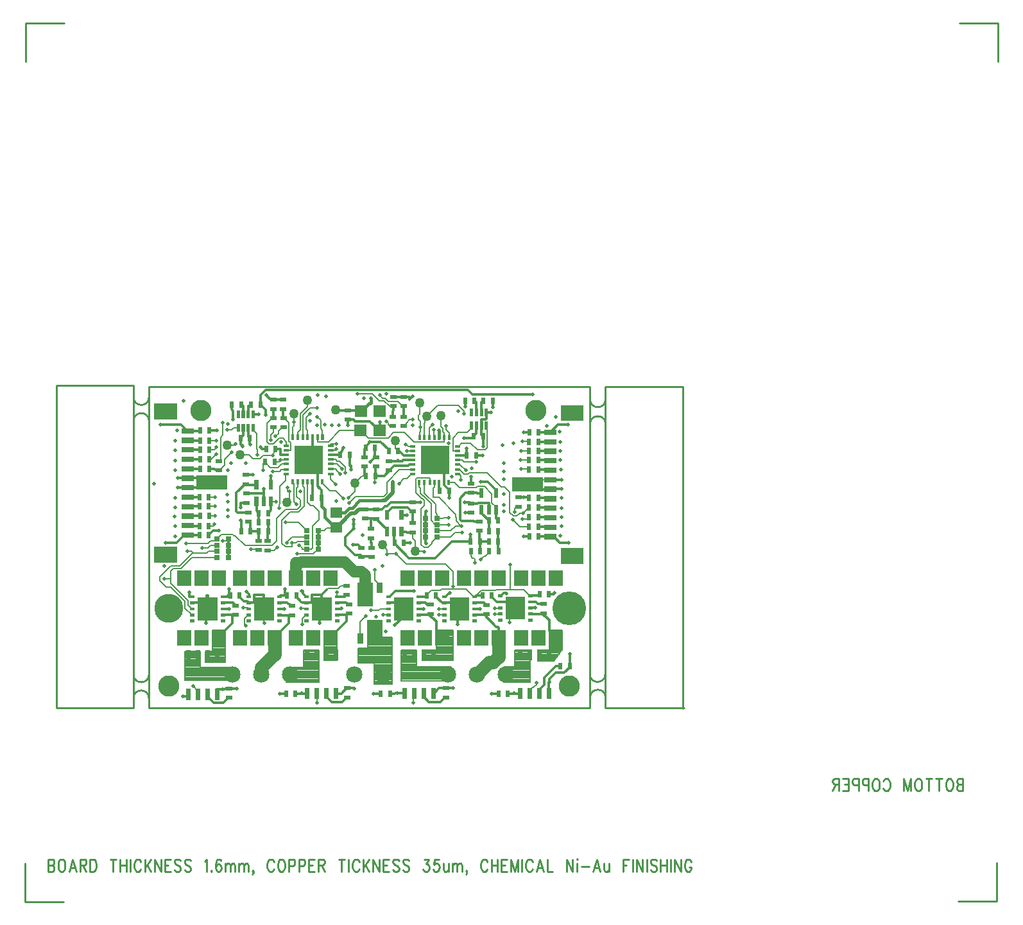
<source format=gbr>
*
*
G04 PADS Layout (Build Number 2007.21.1) generated Gerber (RS-274-X) file*
G04 PC Version=2.1*
*
%IN "2FOC-001.pcb"*%
*
%MOIN*%
*
%FSLAX35Y35*%
*
*
*
*
G04 PC Standard Apertures*
*
*
G04 Thermal Relief Aperture macro.*
%AMTER*
1,1,$1,0,0*
1,0,$1-$2,0,0*
21,0,$3,$4,0,0,45*
21,0,$3,$4,0,0,135*
%
*
*
G04 Annular Aperture macro.*
%AMANN*
1,1,$1,0,0*
1,0,$2,0,0*
%
*
*
G04 Odd Aperture macro.*
%AMODD*
1,1,$1,0,0*
1,0,$1-0.005,0,0*
%
*
*
G04 PC Custom Aperture Macros*
*
*
*
*
*
*
G04 PC Aperture Table*
*
%ADD010C,0.01*%
%ADD015C,0.008*%
%ADD016R,0.035X0.024*%
%ADD019R,0.024X0.035*%
%ADD025C,0.175*%
%ADD027R,0.06X0.052*%
%ADD028R,0.075X0.084*%
%ADD029C,0.085*%
%ADD037C,0.05*%
%ADD043R,0.025X0.025*%
%ADD048R,0.16X0.076*%
%ADD049C,0.11*%
%ADD070C,0.001*%
%ADD071C,0.15*%
%ADD072R,0.02756X0.02756*%
%ADD073R,0.08268X0.08268*%
%ADD076R,0.01575X0.01575*%
%ADD077R,0.10236X0.10236*%
%ADD079R,0.07992X0.07992*%
%ADD080R,0.02992X0.02992*%
%ADD082C,0.01181*%
%ADD083C,0.00787*%
%ADD084C,0.05906*%
%ADD086C,0.01575*%
%ADD087C,0.01969*%
%ADD089C,0.07087*%
%ADD093R,0.02362X0.02362*%
%ADD094R,0.01378X0.01378*%
%ADD095R,0.14567X0.14567*%
%ADD096R,0.05906X0.05906*%
%ADD097R,0.017X0.017*%
%ADD098R,0.021X0.021*%
%ADD099C,0.01299*%
*
*
*
*
G04 PC Circuitry*
G04 Layer Name 2FOC-001.pcb - circuitry*
%LPD*%
*
*
G04 PC Custom Flashes*
G04 Layer Name 2FOC-001.pcb - flashes*
%LPD*%
*
*
G04 PC Circuitry*
G04 Layer Name 2FOC-001.pcb - circuitry*
%LPD*%
*
G54D10*
G01X647799Y420651D02*
Y414088D01*
Y420651D02*
X645753D01*
X645072Y420338*
X644844Y420026*
X644617Y419401*
Y418776*
X644844Y418151*
X645072Y417838*
X645753Y417526*
X647799D02*
X645753D01*
X645072Y417213*
X644844Y416901*
X644617Y416276*
Y415338*
X644844Y414713*
X645072Y414401*
X645753Y414088*
X647799*
X641208Y420651D02*
X641662Y420338D01*
X642117Y419713*
X642344Y419088*
X642572Y418151*
Y416588*
X642344Y415651*
X642117Y415026*
X641662Y414401*
X641208Y414088*
X640299*
X639844Y414401*
X639390Y415026*
X639162Y415651*
X638935Y416588*
Y418151*
X639162Y419088*
X639390Y419713*
X639844Y420338*
X640299Y420651*
X641208*
X635299D02*
Y414088D01*
X636890Y420651D02*
X633708D01*
X630072D02*
Y414088D01*
X631662Y420651D02*
X628481D01*
X625072D02*
X625526Y420338D01*
X625981Y419713*
X626208Y419088*
X626435Y418151*
Y416588*
X626208Y415651*
X625981Y415026*
X625526Y414401*
X625072Y414088*
X624162*
X623708Y414401*
X623253Y415026*
X623026Y415651*
X622799Y416588*
Y418151*
X623026Y419088*
X623253Y419713*
X623708Y420338*
X624162Y420651*
X625072*
X620753D02*
Y414088D01*
Y420651D02*
X618935Y414088D01*
X617117Y420651D02*
X618935Y414088D01*
X617117Y420651D02*
Y414088D01*
X606435Y419088D02*
X606662Y419713D01*
X607117Y420338*
X607572Y420651*
X608481*
X608935Y420338*
X609390Y419713*
X609617Y419088*
X609844Y418151*
Y416588*
X609617Y415651*
X609390Y415026*
X608935Y414401*
X608481Y414088*
X607572*
X607117Y414401*
X606662Y415026*
X606435Y415651*
X603026Y420651D02*
X603481Y420338D01*
X603935Y419713*
X604162Y419088*
X604390Y418151*
Y416588*
X604162Y415651*
X603935Y415026*
X603481Y414401*
X603026Y414088*
X602117*
X601662Y414401*
X601208Y415026*
X600981Y415651*
X600753Y416588*
Y418151*
X600981Y419088*
X601208Y419713*
X601662Y420338*
X602117Y420651*
X603026*
X598708D02*
Y414088D01*
Y420651D02*
X596662D01*
X595981Y420338*
X595753Y420026*
X595526Y419401*
Y418463*
X595753Y417838*
X595981Y417526*
X596662Y417213*
X598708*
X593481Y420651D02*
Y414088D01*
Y420651D02*
X591435D01*
X590753Y420338*
X590526Y420026*
X590299Y419401*
Y418463*
X590526Y417838*
X590753Y417526*
X591435Y417213*
X593481*
X588253Y420651D02*
Y414088D01*
Y420651D02*
X585299D01*
X588253Y417526D02*
X586435D01*
X588253Y414088D02*
X585299D01*
X583253Y420651D02*
Y414088D01*
Y420651D02*
X581208D01*
X580526Y420338*
X580299Y420026*
X580072Y419401*
Y418776*
X580299Y418151*
X580526Y417838*
X581208Y417526*
X583253*
X581662D02*
X580072Y414088D01*
X172602Y378722D02*
Y372159D01*
Y378722D02*
X174647D01*
X175329Y378409*
X175557Y378097*
X175784Y377472*
Y376847*
X175557Y376222*
X175329Y375909*
X174647Y375597*
X172602D02*
X174647D01*
X175329Y375284*
X175557Y374972*
X175784Y374347*
Y373409*
X175557Y372784*
X175329Y372472*
X174647Y372159*
X172602*
X179193Y378722D02*
X178738Y378409D01*
X178284Y377784*
X178057Y377159*
X177829Y376222*
Y374659*
X178057Y373722*
X178284Y373097*
X178738Y372472*
X179193Y372159*
X180102*
X180557Y372472*
X181011Y373097*
X181238Y373722*
X181466Y374659*
Y376222*
X181238Y377159*
X181011Y377784*
X180557Y378409*
X180102Y378722*
X179193*
X185329D02*
X183511Y372159D01*
X185329Y378722D02*
X187147Y372159D01*
X184193Y374347D02*
X186466D01*
X189193Y378722D02*
Y372159D01*
Y378722D02*
X191238D01*
X191920Y378409*
X192147Y378097*
X192375Y377472*
Y376847*
X192147Y376222*
X191920Y375909*
X191238Y375597*
X189193*
X190784D02*
X192375Y372159D01*
X194420Y378722D02*
Y372159D01*
Y378722D02*
X196011D01*
X196693Y378409*
X197147Y377784*
X197375Y377159*
X197602Y376222*
Y374659*
X197375Y373722*
X197147Y373097*
X196693Y372472*
X196011Y372159*
X194420*
X206466Y378722D02*
Y372159D01*
X204875Y378722D02*
X208057D01*
X210102D02*
Y372159D01*
X213284Y378722D02*
Y372159D01*
X210102Y375597D02*
X213284D01*
X215329Y378722D02*
Y372159D01*
X220784Y377159D02*
X220557Y377784D01*
X220102Y378409*
X219647Y378722*
X218738*
X218284Y378409*
X217829Y377784*
X217602Y377159*
X217375Y376222*
Y374659*
X217602Y373722*
X217829Y373097*
X218284Y372472*
X218738Y372159*
X219647*
X220102Y372472*
X220557Y373097*
X220784Y373722*
X222829Y378722D02*
Y372159D01*
X226011Y378722D02*
X222829Y374347D01*
X223966Y375909D02*
X226011Y372159D01*
X228057Y378722D02*
Y372159D01*
Y378722D02*
X231238Y372159D01*
Y378722D02*
Y372159D01*
X233284Y378722D02*
Y372159D01*
Y378722D02*
X236238D01*
X233284Y375597D02*
X235102D01*
X233284Y372159D02*
X236238D01*
X241466Y377784D02*
X241011Y378409D01*
X240329Y378722*
X239420*
X238738Y378409*
X238284Y377784*
Y377159*
X238511Y376534*
X238738Y376222*
X239193Y375909*
X240557Y375284*
X241011Y374972*
X241238Y374659*
X241466Y374034*
Y373097*
X241011Y372472*
X240329Y372159*
X239420*
X238738Y372472*
X238284Y373097*
X246693Y377784D02*
X246238Y378409D01*
X245557Y378722*
X244647*
X243966Y378409*
X243511Y377784*
Y377159*
X243738Y376534*
X243966Y376222*
X244420Y375909*
X245784Y375284*
X246238Y374972*
X246466Y374659*
X246693Y374034*
Y373097*
X246238Y372472*
X245557Y372159*
X244647*
X243966Y372472*
X243511Y373097*
X253966Y377472D02*
X254420Y377784D01*
X255102Y378722*
Y372159*
X257375Y372784D02*
X257147Y372472D01*
X257375Y372159*
X257602Y372472*
X257375Y372784*
X262375Y377784D02*
X262147Y378409D01*
X261466Y378722*
X261011*
X260329Y378409*
X259875Y377472*
X259647Y375909*
Y374347*
X259875Y373097*
X260329Y372472*
X261011Y372159*
X261238*
X261920Y372472*
X262375Y373097*
X262602Y374034*
Y374347*
X262375Y375284*
X261920Y375909*
X261238Y376222*
X261011*
X260329Y375909*
X259875Y375284*
X259647Y374347*
X264647Y376534D02*
Y372159D01*
Y375284D02*
X265329Y376222D01*
X265784Y376534*
X266466*
X266920Y376222*
X267147Y375284*
Y372159*
Y375284D02*
X267829Y376222D01*
X268284Y376534*
X268966*
X269420Y376222*
X269647Y375284*
Y372159*
X271693Y376534D02*
Y372159D01*
Y375284D02*
X272375Y376222D01*
X272829Y376534*
X273511*
X273966Y376222*
X274193Y375284*
Y372159*
Y375284D02*
X274875Y376222D01*
X275329Y376534*
X276011*
X276466Y376222*
X276693Y375284*
Y372159*
X279193Y372472D02*
X278966Y372159D01*
X278738Y372472*
X278966Y372784*
X279193Y372472*
Y371847*
X278966Y371222*
X278738Y370909*
X289875Y377159D02*
X289647Y377784D01*
X289193Y378409*
X288738Y378722*
X287829*
X287375Y378409*
X286920Y377784*
X286693Y377159*
X286466Y376222*
Y374659*
X286693Y373722*
X286920Y373097*
X287375Y372472*
X287829Y372159*
X288738*
X289193Y372472*
X289647Y373097*
X289875Y373722*
X293284Y378722D02*
X292829Y378409D01*
X292375Y377784*
X292147Y377159*
X291920Y376222*
Y374659*
X292147Y373722*
X292375Y373097*
X292829Y372472*
X293284Y372159*
X294193*
X294647Y372472*
X295102Y373097*
X295329Y373722*
X295557Y374659*
Y376222*
X295329Y377159*
X295102Y377784*
X294647Y378409*
X294193Y378722*
X293284*
X297602D02*
Y372159D01*
Y378722D02*
X299647D01*
X300329Y378409*
X300557Y378097*
X300784Y377472*
Y376534*
X300557Y375909*
X300329Y375597*
X299647Y375284*
X297602*
X302829Y378722D02*
Y372159D01*
Y378722D02*
X304875D01*
X305557Y378409*
X305784Y378097*
X306011Y377472*
Y376534*
X305784Y375909*
X305557Y375597*
X304875Y375284*
X302829*
X308057Y378722D02*
Y372159D01*
Y378722D02*
X311011D01*
X308057Y375597D02*
X309875D01*
X308057Y372159D02*
X311011D01*
X313057Y378722D02*
Y372159D01*
Y378722D02*
X315102D01*
X315784Y378409*
X316011Y378097*
X316238Y377472*
Y376847*
X316011Y376222*
X315784Y375909*
X315102Y375597*
X313057*
X314647D02*
X316238Y372159D01*
X325102Y378722D02*
Y372159D01*
X323511Y378722D02*
X326693D01*
X328738D02*
Y372159D01*
X334193Y377159D02*
X333966Y377784D01*
X333511Y378409*
X333057Y378722*
X332147*
X331693Y378409*
X331238Y377784*
X331011Y377159*
X330784Y376222*
Y374659*
X331011Y373722*
X331238Y373097*
X331693Y372472*
X332147Y372159*
X333057*
X333511Y372472*
X333966Y373097*
X334193Y373722*
X336238Y378722D02*
Y372159D01*
X339420Y378722D02*
X336238Y374347D01*
X337375Y375909D02*
X339420Y372159D01*
X341466Y378722D02*
Y372159D01*
Y378722D02*
X344647Y372159D01*
Y378722D02*
Y372159D01*
X346693Y378722D02*
Y372159D01*
Y378722D02*
X349647D01*
X346693Y375597D02*
X348511D01*
X346693Y372159D02*
X349647D01*
X354875Y377784D02*
X354420Y378409D01*
X353738Y378722*
X352829*
X352147Y378409*
X351693Y377784*
Y377159*
X351920Y376534*
X352147Y376222*
X352602Y375909*
X353966Y375284*
X354420Y374972*
X354647Y374659*
X354875Y374034*
Y373097*
X354420Y372472*
X353738Y372159*
X352829*
X352147Y372472*
X351693Y373097*
X360102Y377784D02*
X359647Y378409D01*
X358966Y378722*
X358057*
X357375Y378409*
X356920Y377784*
Y377159*
X357147Y376534*
X357375Y376222*
X357829Y375909*
X359193Y375284*
X359647Y374972*
X359875Y374659*
X360102Y374034*
Y373097*
X359647Y372472*
X358966Y372159*
X358057*
X357375Y372472*
X356920Y373097*
X367829Y378722D02*
X370329D01*
X368966Y376222*
X369647*
X370102Y375909*
X370329Y375597*
X370557Y374659*
Y374034*
X370329Y373097*
X369875Y372472*
X369193Y372159*
X368511*
X367829Y372472*
X367602Y372784*
X367375Y373409*
X375557Y378722D02*
X373284D01*
X373057Y375909*
X373284Y376222*
X373966Y376534*
X374647*
X375329Y376222*
X375784Y375597*
X376011Y374659*
X375784Y374034*
X375557Y373097*
X375102Y372472*
X374420Y372159*
X373738*
X373057Y372472*
X372829Y372784*
X372602Y373409*
X378057Y376534D02*
Y373409D01*
X378284Y372472*
X378738Y372159*
X379420*
X379875Y372472*
X380557Y373409*
Y376534D02*
Y372159D01*
X382602Y376534D02*
Y372159D01*
Y375284D02*
X383284Y376222D01*
X383738Y376534*
X384420*
X384875Y376222*
X385102Y375284*
Y372159*
Y375284D02*
X385784Y376222D01*
X386238Y376534*
X386920*
X387375Y376222*
X387602Y375284*
Y372159*
X390102Y372472D02*
X389875Y372159D01*
X389647Y372472*
X389875Y372784*
X390102Y372472*
Y371847*
X389875Y371222*
X389647Y370909*
X400784Y377159D02*
X400557Y377784D01*
X400102Y378409*
X399647Y378722*
X398738*
X398284Y378409*
X397829Y377784*
X397602Y377159*
X397375Y376222*
Y374659*
X397602Y373722*
X397829Y373097*
X398284Y372472*
X398738Y372159*
X399647*
X400102Y372472*
X400557Y373097*
X400784Y373722*
X402829Y378722D02*
Y372159D01*
X406011Y378722D02*
Y372159D01*
X402829Y375597D02*
X406011D01*
X408057Y378722D02*
Y372159D01*
Y378722D02*
X411011D01*
X408057Y375597D02*
X409875D01*
X408057Y372159D02*
X411011D01*
X413057Y378722D02*
Y372159D01*
Y378722D02*
X414875Y372159D01*
X416693Y378722D02*
X414875Y372159D01*
X416693Y378722D02*
Y372159D01*
X418738Y378722D02*
Y372159D01*
X424193Y377159D02*
X423966Y377784D01*
X423511Y378409*
X423057Y378722*
X422147*
X421693Y378409*
X421238Y377784*
X421011Y377159*
X420784Y376222*
Y374659*
X421011Y373722*
X421238Y373097*
X421693Y372472*
X422147Y372159*
X423057*
X423511Y372472*
X423966Y373097*
X424193Y373722*
X428057Y378722D02*
X426238Y372159D01*
X428057Y378722D02*
X429875Y372159D01*
X426920Y374347D02*
X429193D01*
X431920Y378722D02*
Y372159D01*
X434647*
X441920Y378722D02*
Y372159D01*
Y378722D02*
X445102Y372159D01*
Y378722D02*
Y372159D01*
X447147Y378722D02*
X447375Y378409D01*
X447602Y378722*
X447375Y379034*
X447147Y378722*
X447375Y376534D02*
Y372159D01*
X449647Y374972D02*
X453738D01*
X457602Y378722D02*
X455784Y372159D01*
X457602Y378722D02*
X459420Y372159D01*
X456466Y374347D02*
X458738D01*
X461466Y376534D02*
Y373409D01*
X461693Y372472*
X462147Y372159*
X462829*
X463284Y372472*
X463966Y373409*
Y376534D02*
Y372159D01*
X471238Y378722D02*
Y372159D01*
Y378722D02*
X474193D01*
X471238Y375597D02*
X473057D01*
X476238Y378722D02*
Y372159D01*
X478284Y378722D02*
Y372159D01*
Y378722D02*
X481466Y372159D01*
Y378722D02*
Y372159D01*
X483511Y378722D02*
Y372159D01*
X488738Y377784D02*
X488284Y378409D01*
X487602Y378722*
X486693*
X486011Y378409*
X485557Y377784*
Y377159*
X485784Y376534*
X486011Y376222*
X486466Y375909*
X487829Y375284*
X488284Y374972*
X488511Y374659*
X488738Y374034*
Y373097*
X488284Y372472*
X487602Y372159*
X486693*
X486011Y372472*
X485557Y373097*
X490784Y378722D02*
Y372159D01*
X493966Y378722D02*
Y372159D01*
X490784Y375597D02*
X493966D01*
X496011Y378722D02*
Y372159D01*
X498057Y378722D02*
Y372159D01*
Y378722D02*
X501238Y372159D01*
Y378722D02*
Y372159D01*
X506693Y377159D02*
X506466Y377784D01*
X506011Y378409*
X505557Y378722*
X504647*
X504193Y378409*
X503738Y377784*
X503511Y377159*
X503284Y376222*
Y374659*
X503511Y373722*
X503738Y373097*
X504193Y372472*
X504647Y372159*
X505557*
X506011Y372472*
X506466Y373097*
X506693Y373722*
Y374659*
X505557D02*
X506693D01*
X224988Y457218D02*
X454098D01*
Y623931*
X224988*
Y457218*
X180870Y812710D02*
X160870D01*
Y792710*
X160791Y376490D02*
Y356490D01*
X180791*
X645437Y356805D02*
X665437D01*
Y376805*
X665909Y792631D02*
Y812631D01*
X645909*
X216893Y624718D02*
Y457198D01*
X176933*
Y624521*
X216696*
X454107Y617296D02*
G75*
G03X462107I4000J0D01*
G01X462141Y604588D02*
G03X454141I-4000J-0D01*
G01X217014Y618422D02*
G03X225014I4000J0D01*
G01X225027Y606151D02*
G03X217027I-4000J0D01*
G01X217014Y474524D02*
G03X225014I4000J0D01*
G01X224962Y462256D02*
G03X216962I-4000J-0D01*
G01X454022Y474721D02*
G03X462022I4000J0D01*
G01X502917Y457198D02*
X462078D01*
Y623931*
X502326*
Y456805*
X462155Y462660D02*
G03X454155I-4000J-0D01*
G54D15*
G01X273980Y611092D02*
X274035Y610920D01*
Y610320*
X273976Y609541D02*
Y610320D01*
X273976*
X274035*
X395043Y612336D02*
X395102Y612054D01*
Y610616*
X397661D02*
Y611135D01*
X257844Y497495D02*
X264525D01*
Y480827*
X254301*
Y486720*
X257844*
Y497495*
X251761Y486720D02*
Y478255D01*
X270233*
Y471575*
X243671*
Y486720*
X251761*
X333632Y488098D02*
X338750D01*
Y493806*
X351139*
Y469606*
X342096*
Y480630*
X333632*
Y488098*
X305285Y487310D02*
X313344D01*
Y470591*
X296427*
Y478255*
X305285*
Y487310*
X414931D02*
X422989D01*
Y470591*
X409419*
Y478452*
X414931*
Y487310*
X363934D02*
Y478452D01*
X381848*
Y471378*
X355876*
Y487310*
X363934*
X367096D02*
Y481811D01*
X383029*
Y497546*
X374183*
Y487310*
X367096*
X426939D02*
X433041D01*
Y497546*
X439722*
Y487450*
X435197Y481417*
X426939*
Y487310*
X315915Y497153D02*
X322793D01*
Y481811*
X315915*
Y497153*
X257844Y497385D02*
X264525D01*
X257844Y496665D02*
X264525D01*
X257844Y495945D02*
X264525D01*
X257844Y495225D02*
X264525D01*
X257844Y494505D02*
X264525D01*
X257844Y493785D02*
X264525D01*
X257844Y493065D02*
X264525D01*
X257844Y492345D02*
X264525D01*
X257844Y491625D02*
X264525D01*
X257844Y490905D02*
X264525D01*
X257844Y490185D02*
X264525D01*
X257844Y489465D02*
X264525D01*
X257844Y488745D02*
X264525D01*
X257844Y488025D02*
X264525D01*
X257844Y487305D02*
X264525D01*
X254301Y486585D02*
X264525D01*
X254301Y485865D02*
X264525D01*
X254301Y485145D02*
X264525D01*
X254301Y484425D02*
X264525D01*
X254301Y483705D02*
X264525D01*
X254301Y482985D02*
X264525D01*
X254301Y482265D02*
X264525D01*
X254301Y481545D02*
X264525D01*
X243671Y478053D02*
X270233D01*
X243671Y477333D02*
X270233D01*
X243671Y476613D02*
X270233D01*
X243671Y475893D02*
X270233D01*
X243671Y475173D02*
X270233D01*
X243671Y474453D02*
X270233D01*
X243671Y473733D02*
X270233D01*
X243671Y473013D02*
X270233D01*
X243671Y472293D02*
X270233D01*
X243671Y486693D02*
X251761D01*
X243671Y485973D02*
X251761D01*
X243671Y485253D02*
X251761D01*
X243671Y484533D02*
X251761D01*
X243671Y483813D02*
X251761D01*
X243671Y483093D02*
X251761D01*
X243671Y482373D02*
X251761D01*
X243671Y481653D02*
X251761D01*
X243671Y480933D02*
X251761D01*
X243671Y480213D02*
X251761D01*
X243671Y479493D02*
X251761D01*
X243671Y478773D02*
X251761D01*
X338750Y493365D02*
X351139D01*
X338750Y492645D02*
X351139D01*
X338750Y491925D02*
X351139D01*
X338750Y491205D02*
X351139D01*
X338750Y490485D02*
X351139D01*
X338750Y489765D02*
X351139D01*
X338750Y489045D02*
X351139D01*
X338750Y488325D02*
X351139D01*
X333632Y487605D02*
X351139D01*
X333632Y486885D02*
X351139D01*
X333632Y486165D02*
X351139D01*
X333632Y485445D02*
X351139D01*
X333632Y484725D02*
X351139D01*
X333632Y484005D02*
X351139D01*
X333632Y483285D02*
X351139D01*
X333632Y482565D02*
X351139D01*
X333632Y481845D02*
X351139D01*
X333632Y481125D02*
X351139D01*
X342096Y480405D02*
X351139D01*
X342096Y479685D02*
X351139D01*
X342096Y478965D02*
X351139D01*
X342096Y478245D02*
X351139D01*
X342096Y477525D02*
X351139D01*
X342096Y476805D02*
X351139D01*
X342096Y476085D02*
X351139D01*
X342096Y475365D02*
X351139D01*
X342096Y474645D02*
X351139D01*
X342096Y473925D02*
X351139D01*
X342096Y473205D02*
X351139D01*
X342096Y472485D02*
X351139D01*
X342096Y471765D02*
X351139D01*
X342096Y471045D02*
X351139D01*
X342096Y470325D02*
X351139D01*
X305285Y487149D02*
X313344D01*
X305285Y486429D02*
X313344D01*
X305285Y485709D02*
X313344D01*
X305285Y484989D02*
X313344D01*
X305285Y484269D02*
X313344D01*
X305285Y483549D02*
X313344D01*
X305285Y482829D02*
X313344D01*
X305285Y482109D02*
X313344D01*
X305285Y481389D02*
X313344D01*
X305285Y480669D02*
X313344D01*
X305285Y479949D02*
X313344D01*
X305285Y479229D02*
X313344D01*
X305285Y478509D02*
X313344D01*
X296427Y477789D02*
X313344D01*
X296427Y477069D02*
X313344D01*
X296427Y476349D02*
X313344D01*
X296427Y475629D02*
X313344D01*
X296427Y474909D02*
X313344D01*
X296427Y474189D02*
X313344D01*
X296427Y473469D02*
X313344D01*
X296427Y472749D02*
X313344D01*
X296427Y472029D02*
X313344D01*
X296427Y471309D02*
X313344D01*
X414931Y487149D02*
X422989D01*
X414931Y486429D02*
X422989D01*
X414931Y485709D02*
X422989D01*
X414931Y484989D02*
X422989D01*
X414931Y484269D02*
X422989D01*
X414931Y483549D02*
X422989D01*
X414931Y482829D02*
X422989D01*
X414931Y482109D02*
X422989D01*
X414931Y481389D02*
X422989D01*
X414931Y480669D02*
X422989D01*
X414931Y479949D02*
X422989D01*
X414931Y479229D02*
X422989D01*
X414931Y478509D02*
X422989D01*
X409419Y477789D02*
X422989D01*
X409419Y477069D02*
X422989D01*
X409419Y476349D02*
X422989D01*
X409419Y475629D02*
X422989D01*
X409419Y474909D02*
X422989D01*
X409419Y474189D02*
X422989D01*
X409419Y473469D02*
X422989D01*
X409419Y472749D02*
X422989D01*
X409419Y472029D02*
X422989D01*
X409419Y471309D02*
X422989D01*
X355876Y477857D02*
X381848D01*
X355876Y477137D02*
X381848D01*
X355876Y476417D02*
X381848D01*
X355876Y475697D02*
X381848D01*
X355876Y474977D02*
X381848D01*
X355876Y474257D02*
X381848D01*
X355876Y473537D02*
X381848D01*
X355876Y472817D02*
X381848D01*
X355876Y472097D02*
X381848D01*
X355876Y487217D02*
X363934D01*
X355876Y486497D02*
X363934D01*
X355876Y485777D02*
X363934D01*
X355876Y485057D02*
X363934D01*
X355876Y484337D02*
X363934D01*
X355876Y483617D02*
X363934D01*
X355876Y482897D02*
X363934D01*
X355876Y482177D02*
X363934D01*
X355876Y481457D02*
X363934D01*
X355876Y480737D02*
X363934D01*
X355876Y480017D02*
X363934D01*
X355876Y479297D02*
X363934D01*
X355876Y478577D02*
X363934D01*
X374183Y496930D02*
X383029D01*
X374183Y496210D02*
X383029D01*
X374183Y495490D02*
X383029D01*
X374183Y494770D02*
X383029D01*
X374183Y494050D02*
X383029D01*
X374183Y493330D02*
X383029D01*
X374183Y492610D02*
X383029D01*
X374183Y491890D02*
X383029D01*
X374183Y491170D02*
X383029D01*
X374183Y490450D02*
X383029D01*
X374183Y489730D02*
X383029D01*
X374183Y489010D02*
X383029D01*
X374183Y488290D02*
X383029D01*
X374183Y487570D02*
X383029D01*
X367096Y486850D02*
X383029D01*
X367096Y486130D02*
X383029D01*
X367096Y485410D02*
X383029D01*
X367096Y484690D02*
X383029D01*
X367096Y483970D02*
X383029D01*
X367096Y483250D02*
X383029D01*
X367096Y482530D02*
X383029D01*
X433041Y497256D02*
X439722D01*
X433041Y496536D02*
X439722D01*
X433041Y495816D02*
X439722D01*
X433041Y495096D02*
X439722D01*
X433041Y494376D02*
X439722D01*
X433041Y493656D02*
X439722D01*
X433041Y492936D02*
X439722D01*
X433041Y492216D02*
X439722D01*
X433041Y491496D02*
X439722D01*
X433041Y490776D02*
X439722D01*
X433041Y490056D02*
X439722D01*
X433041Y489336D02*
X439722D01*
X433041Y488616D02*
X439722D01*
X433041Y487896D02*
X439722D01*
X426939Y487176D02*
X439516D01*
X426939Y486456D02*
X438976D01*
X426939Y485736D02*
X438436D01*
X426939Y485016D02*
X437896D01*
X426939Y484296D02*
X437356D01*
X426939Y483576D02*
X436816D01*
X426939Y482856D02*
X436276D01*
X426939Y482136D02*
X435736D01*
X315915Y496930D02*
X322793D01*
X315915Y496210D02*
X322793D01*
X315915Y495490D02*
X322793D01*
X315915Y494770D02*
X322793D01*
X315915Y494050D02*
X322793D01*
X315915Y493330D02*
X322793D01*
X315915Y492610D02*
X322793D01*
X315915Y491890D02*
X322793D01*
X315915Y491170D02*
X322793D01*
X315915Y490450D02*
X322793D01*
X315915Y489730D02*
X322793D01*
X315915Y489010D02*
X322793D01*
X315915Y488290D02*
X322793D01*
X315915Y487570D02*
X322793D01*
X315915Y486850D02*
X322793D01*
X315915Y486130D02*
X322793D01*
X315915Y485410D02*
X322793D01*
X315915Y484690D02*
X322793D01*
X315915Y483970D02*
X322793D01*
X315915Y483250D02*
X322793D01*
X315915Y482530D02*
X322793D01*
G54D16*
X327523Y520622D03*
Y515822D03*
X371421Y510780D03*
Y505980D03*
X400358Y510583D03*
Y505783D03*
X430082Y511173D03*
Y506373D03*
X270043Y510386D03*
Y505586D03*
X299374Y510189D03*
Y505389D03*
X328901Y510976D03*
Y506176D03*
X379295Y462672D03*
Y467472D03*
X266696Y462476D03*
Y467276D03*
X328114Y462672D03*
Y467472D03*
X328311Y606767D03*
Y611567D03*
X342878Y587354D03*
Y582554D03*
X336972Y587354D03*
Y582554D03*
X349767Y580586D03*
Y585386D03*
X342878Y560189D03*
Y555389D03*
X286775Y539050D03*
Y543850D03*
X281854Y539247D03*
Y544047D03*
X276736Y553814D03*
Y558614D03*
X275358Y573302D03*
Y578102D03*
X294846Y602830D03*
Y607630D03*
X294649Y612279D03*
Y617079D03*
X289531Y602830D03*
Y607630D03*
Y612279D03*
Y617079D03*
X351736Y603420D03*
Y608220D03*
X351933Y613854D03*
Y618654D03*
X357248Y603420D03*
Y608220D03*
Y613854D03*
Y618654D03*
X396618Y549090D03*
Y553890D03*
X392287Y568775D03*
Y573575D03*
X361972Y553102D03*
Y548302D03*
Y563929D03*
Y559129D03*
X340319Y545350D03*
Y550150D03*
X337366Y555586D03*
Y560386D03*
X340515Y535507D03*
Y540307D03*
X335397Y535507D03*
Y540307D03*
X392287Y558539D03*
Y563339D03*
X275555Y563657D03*
Y568457D03*
X261185Y580586D03*
Y585386D03*
X417090Y566488D03*
Y561688D03*
G54D19*
X272061Y515395D03*
X267261D03*
X402955Y515466D03*
X398155D03*
X432679Y516254D03*
X427879D03*
X374061Y515395D03*
X369261D03*
X301561D03*
X296761D03*
X296186Y464679D03*
X300986D03*
X345399D03*
X350199D03*
X406619D03*
X411419D03*
X438706Y478852D03*
X443506D03*
X278076Y614482D03*
X282876D03*
X272837D03*
X268037D03*
X398745Y616450D03*
X403545D03*
X394096Y616647D03*
X389296D03*
X277435Y597076D03*
X272635D03*
X398561Y598151D03*
X393761D03*
X329136Y588498D03*
X324336D03*
X285359Y584757D03*
X290159D03*
X342325Y592238D03*
X337525D03*
X342522Y577671D03*
X337722D03*
X314569Y566057D03*
X309769D03*
X380907Y569797D03*
X376107D03*
X394884Y588301D03*
X390084D03*
X256104Y566450D03*
X251304D03*
X256104Y561726D03*
X251304D03*
X256301Y556805D03*
X251501D03*
X256104Y551687D03*
X251304D03*
X256301Y581214D03*
X251501D03*
X256301Y586135D03*
X251501D03*
X256301Y591057D03*
X251501D03*
X256301Y595978D03*
X251501D03*
X422367Y595387D03*
X427167D03*
X422367Y581017D03*
X427167D03*
X422367Y585742D03*
X427167D03*
X422367Y566057D03*
X427167D03*
X422367Y561135D03*
X427167D03*
X422367Y556214D03*
X427167D03*
X422367Y551293D03*
X427167D03*
X422367Y590466D03*
X427167D03*
X285950Y591450D03*
X290750D03*
X349533Y590663D03*
X354333D03*
X401501Y543616D03*
X406301D03*
X357285Y543025D03*
X352485D03*
X282013Y548931D03*
X286813D03*
Y553655D03*
X282013D03*
X286813Y558380D03*
X282013D03*
X401698Y538498D03*
X406498D03*
X406301Y548931D03*
X401501D03*
X406301Y554443D03*
X401501D03*
X392249Y538498D03*
X397049D03*
X251501Y601096D03*
X256301D03*
X427364Y546372D03*
X422564D03*
X251304Y546962D03*
X256104D03*
X427364Y600309D03*
X422564D03*
X272958Y548931D03*
X277758D03*
X392052Y543616D03*
X396852D03*
G54D25*
X443161Y508895D03*
G54D27*
X322208Y550839D03*
Y558439D03*
G54D28*
X243161Y493395D03*
X252161D03*
X261161D03*
X272161D03*
X281161D03*
X290161D03*
X301161D03*
X310161D03*
X319161D03*
X261161Y524395D03*
X252161D03*
X243161D03*
X290161D03*
X281161D03*
X272161D03*
X319161D03*
X310161D03*
X301161D03*
X359161Y493395D03*
X368161D03*
X377161D03*
X388661D03*
X397661D03*
X406661D03*
X418161D03*
X427161D03*
X436161D03*
X377161Y524395D03*
X368161D03*
X359161D03*
X406661D03*
X397661D03*
X388661D03*
X436161D03*
X427161D03*
X418161D03*
G54D29*
X331661Y474395D03*
X346661D03*
X268161D03*
X283161D03*
X298161D03*
X380161D03*
X395161D03*
X410161D03*
G54D37*
X353114Y595978D03*
X369452Y608576D03*
X365515Y615466D03*
X272208Y588498D03*
X307248Y617041D03*
X300161Y609954D03*
X321815Y611726D03*
X265712Y593616D03*
X331854Y573931D03*
X346421Y541844D03*
X296618Y563891D03*
X363350Y538694D03*
X376539Y608970D03*
G54D43*
X266303Y544821D03*
Y541671D03*
Y538521D03*
Y535371D03*
X260303D03*
Y538521D03*
Y541671D03*
Y544821D03*
X313004Y549128D03*
Y545978D03*
Y542828D03*
Y539678D03*
X307004D03*
Y542828D03*
Y545978D03*
Y549128D03*
X368618Y545977D03*
Y549127D03*
Y552277D03*
Y555427D03*
X374618D03*
Y552277D03*
Y549127D03*
Y545977D03*
G54D48*
X257641Y574128D03*
X421618Y573143D03*
G54D49*
X251933Y611395D03*
X425948D03*
X235161Y468395D03*
X443161D03*
G54D70*
G54D71*
X235161Y508895D03*
G54D72*
X243271Y546864D02*
X246815D01*
X243271Y551785D02*
X246815D01*
X243271Y556706D02*
X246815D01*
X243271Y561628D02*
X246815D01*
X243271Y566549D02*
X246815D01*
X243271Y571470D02*
X246815D01*
X243271Y576391D02*
X246815D01*
X243271Y581313D02*
X246815D01*
X243271Y586234D02*
X246815D01*
X243271Y591155D02*
X246815D01*
X243271Y596076D02*
X246815D01*
X243271Y600998D02*
X246815D01*
X435200Y600210D02*
X431657D01*
X435200Y595289D02*
X431657D01*
X435200Y590368D02*
X431657D01*
X435200Y585446D02*
X431657D01*
X435200Y580525D02*
X431657D01*
X435200Y575604D02*
X431657D01*
X435200Y570683D02*
X431657D01*
X435200Y565761D02*
X431657D01*
X435200Y560840D02*
X431657D01*
X435200Y555919D02*
X431657D01*
X435200Y550998D02*
X431657D01*
X435200Y546076D02*
X431657D01*
G54D73*
X231854Y611037D02*
X235397D01*
X231854Y536824D02*
X235397D01*
X446618Y536037D02*
X443074D01*
X446618Y610250D02*
X443074D01*
G54D76*
X263744Y514876D02*
X262956D01*
X263744Y511726D02*
X262956D01*
X263744Y508576D02*
X262956D01*
X263744Y505427D02*
X262956D01*
X263744Y502277D02*
X262956D01*
X247996D02*
X247208D01*
X247996Y505427D02*
X247208D01*
X247996Y508576D02*
X247208D01*
X247996Y511726D02*
X247208D01*
X247996Y514876D02*
X247208D01*
X293055Y514895D02*
X292267D01*
X293055Y511746D02*
X292267D01*
X293055Y508596D02*
X292267D01*
X293055Y505446D02*
X292267D01*
X293055Y502297D02*
X292267D01*
X277307D02*
X276519D01*
X277307Y505446D02*
X276519D01*
X277307Y508596D02*
X276519D01*
X277307Y511746D02*
X276519D01*
X277307Y514895D02*
X276519D01*
X323055D02*
X322267D01*
X323055Y511746D02*
X322267D01*
X323055Y508596D02*
X322267D01*
X323055Y505446D02*
X322267D01*
X323055Y502297D02*
X322267D01*
X307307D02*
X306519D01*
X307307Y505446D02*
X306519D01*
X307307Y508596D02*
X306519D01*
X307307Y511746D02*
X306519D01*
X307307Y514895D02*
X306519D01*
X365555D02*
X364767D01*
X365555Y511746D02*
X364767D01*
X365555Y508596D02*
X364767D01*
X365555Y505446D02*
X364767D01*
X365555Y502297D02*
X364767D01*
X349807D02*
X349019D01*
X349807Y505446D02*
X349019D01*
X349807Y508596D02*
X349019D01*
X349807Y511746D02*
X349019D01*
X349807Y514895D02*
X349019D01*
X394555D02*
X393767D01*
X394555Y511746D02*
X393767D01*
X394555Y508596D02*
X393767D01*
X394555Y505446D02*
X393767D01*
X394555Y502297D02*
X393767D01*
X378807D02*
X378019D01*
X378807Y505446D02*
X378019D01*
X378807Y508596D02*
X378019D01*
X378807Y511746D02*
X378019D01*
X378807Y514895D02*
X378019D01*
X423555Y515395D02*
X422767D01*
X423555Y512246D02*
X422767D01*
X423555Y509096D02*
X422767D01*
X423555Y505946D02*
X422767D01*
X423555Y502797D02*
X422767D01*
X407807D02*
X407019D01*
X407807Y505946D02*
X407019D01*
X407807Y509096D02*
X407019D01*
X407807Y512246D02*
X407019D01*
X407807Y515395D02*
X407019D01*
G54D77*
X255476Y509364D02*
Y507789D01*
X284787Y509383D02*
Y507809D01*
X314787Y509383D02*
Y507809D01*
X357287Y509383D02*
Y507809D01*
X386287Y509383D02*
Y507809D01*
X415287Y509883D02*
Y508309D01*
G54D79*
X342397Y494446D02*
Y498974D01*
X337193Y513844D02*
Y518372D01*
G54D80*
X334700Y491927D02*
Y494446D01*
X344893Y518368D02*
Y520887D01*
G54D82*
X242484Y463104D02*
X245417Y463143D01*
Y464128*
X263350Y467041D02*
X260397D01*
X260417Y464128*
X263350Y467041D02*
X265553Y467276D01*
X266696*
X269649*
X270240Y467079*
Y467238*
X270633*
X255417Y464128D02*
Y463143D01*
X258606Y459954*
X263625*
X266146Y462476*
X266696*
X300752Y464444D02*
X300986Y464679D01*
X304295Y464876D02*
Y464718D01*
X307228*
X292878Y464679D02*
X296186D01*
X300986D02*
X304098D01*
X304295Y464876*
X317228Y464718D02*
Y462946D01*
X319826Y460348*
X325239*
X327564Y462672*
X328114*
X322228Y464718D02*
X324809D01*
X327564Y467472*
X328114*
X341696Y464482D02*
X344649D01*
X344846Y464679*
X345399*
X328114Y467472D02*
X331422D01*
X331657Y467238*
X354098Y464876D02*
X357661D01*
X357819Y464718*
X350199Y464679D02*
X352720D01*
X352917Y464876*
X354098*
X379295Y467472D02*
X382800D01*
X382838Y467435*
X367819Y464718D02*
Y462946D01*
X370417Y460348*
X376420*
X378745Y462672*
X379295*
X372819Y464718D02*
X374944Y466844D01*
X374964*
X375593Y467472*
X379295*
X402917Y464679D02*
X406619D01*
X414728Y464876D02*
Y464718D01*
X417661*
X411419Y464679D02*
X414531D01*
X414728Y464876*
X433035Y470584D02*
Y472356D01*
X436185Y475506*
X440709*
X443506Y478302*
Y478852*
X427661Y464718D02*
Y466490D01*
X430279Y469108*
Y472946*
X436185Y478852*
X438706*
X432661Y464718D02*
Y470210D01*
X433035Y470584*
X264525Y497495D02*
X268312Y501282D01*
Y505586*
X290161Y493813D02*
X297643Y501294D01*
X322793Y497153D02*
X327761Y502121D01*
X433041Y497356D02*
X433232D01*
X443506Y478852D02*
Y482236D01*
X443665Y482395*
Y485151*
X245830Y517238D02*
Y515072D01*
X246027Y514876*
X247602*
Y511726D02*
X252118D01*
X252137Y511746*
X254885Y508998*
X255476D02*
Y508576D01*
X254689D02*
Y508801D01*
X254885Y508998*
Y515663*
X255476*
X255476*
Y508998*
X267261Y515395D02*
X266106D01*
X266696Y515986*
Y519009*
X254689Y501096D02*
Y508576D01*
X263350Y505427D02*
X268153D01*
X268312Y505586*
X263350Y508576D02*
X266500D01*
X263350Y511726D02*
X268703D01*
X270043Y510386*
X263350Y514876D02*
X266106D01*
Y515395*
X268312Y505586D02*
X270043D01*
X275555Y517435D02*
X276913Y516076D01*
Y514895*
Y511746D02*
X279295D01*
X279492Y511943*
Y515683*
X279669Y515860*
X284787*
X284787*
Y508596*
X272061Y515395D02*
Y514845D01*
X274196Y512710*
X275948*
X276913Y511746*
X297643Y505389D02*
X299374D01*
X295240Y515395D02*
X295633Y515789D01*
Y518813*
X295240Y515395D02*
X296761D01*
X297643Y501294D02*
Y505389D01*
X304295Y517828D02*
X305023D01*
Y516391*
X306519Y514895*
X306913*
Y511746D02*
X309413D01*
X309610Y511943*
Y515801*
X309669Y515860*
X314787*
X314787*
X292661Y505446D02*
X292719Y505389D01*
X297643*
X292661Y508596D02*
X295043D01*
X295437Y508202*
Y508576*
X292661Y511746D02*
X296795D01*
X297011Y511529*
X297049*
X299374Y510189*
X292661Y514895D02*
X293161Y515395D01*
X295240*
X301561D02*
Y514845D01*
X304098Y512308*
Y512139*
X304492Y511746*
X306913*
X314787Y515860D02*
X317346Y518419D01*
X313744Y501096D02*
Y507553D01*
X314787Y508596*
X322602Y517238D02*
Y517041D01*
X314787Y508596D02*
Y515860D01*
X322661Y505446D02*
X327621D01*
X327761Y505586*
X322661Y508596D02*
X324964D01*
Y508773*
X322661Y511746D02*
X327148D01*
X328901Y510976*
X322661Y514895D02*
X326596D01*
X327523Y515822*
X328901Y506176D02*
X327761Y505586D01*
Y502121*
X352720Y500112D02*
X357287Y504679D01*
Y508596*
X349413Y514895D02*
X349807D01*
X352937Y517828*
X362563*
X349413Y511746D02*
X354137D01*
X357287Y508596*
X365161Y505446D02*
X370162D01*
X370302Y505586*
X365161Y508596D02*
X367681D01*
Y508576*
X365161Y511746D02*
X368486D01*
X369570Y510662*
X370554*
X371421Y510780*
X365161Y514895D02*
X368761D01*
X369261Y515395*
X371421Y505980D02*
X370302Y505586D01*
X374374Y502104*
Y497553*
X385397Y500506D02*
Y507706D01*
X386287Y508596*
X378413Y514895D02*
X378807D01*
X380952Y517041*
X381460*
X378413Y511746D02*
X383137D01*
X386287Y508596*
X374061Y515395D02*
Y514845D01*
X377161Y511746*
X378413*
X398155Y515466D02*
X395023D01*
X394452Y514895*
X399211Y505495D02*
X405382Y499324D01*
X406267*
X406661Y498931*
Y493395*
X407413Y515395D02*
X407807D01*
X409452Y517041*
X410200*
X410594Y516647*
X407413Y512246D02*
X412137D01*
X415287Y509096*
X394161Y505446D02*
X398612D01*
X394161Y508596D02*
X396618D01*
X396815Y508399*
Y508576*
X394161Y511746D02*
X398960D01*
X400161Y510545*
X394161Y514895D02*
X394256D01*
Y514876*
X394433*
X394452Y514895*
X402955Y515466D02*
Y514916D01*
X405625Y512246*
X407413*
X423161Y505946D02*
X428662D01*
X429089Y506373*
X423161Y509096D02*
X425681D01*
X425752Y509167*
X423161Y512246D02*
X425822D01*
X426895Y511173*
X430082*
X423161Y515395D02*
X427021D01*
X427879Y516254*
X429089Y506373D02*
X433035Y502815D01*
Y497356*
X433041*
X429089Y506373D02*
X430082D01*
X432679Y516254D02*
X435200D01*
X435594Y517041*
X266303Y535371D02*
Y538521D01*
X335397Y535939D02*
X340084D01*
X340515Y535507*
X335397Y535939D02*
Y535507D01*
X233626Y543025D02*
X239433D01*
X243271Y546864*
X245043*
Y556706D02*
X245141Y556805D01*
X251501*
X245043Y551785D02*
X245141Y551687D01*
X251304*
X245043Y546864D02*
X245092Y546913D01*
X246470*
X246519Y546962*
X251304*
X256104D02*
X258270Y549128D01*
X258626*
X258822Y549324*
X261185*
X266303Y538521D02*
Y541671D01*
Y544821*
X272799Y554639D02*
X272958D01*
Y548931*
X277758D02*
X282013D01*
X276736Y553814D02*
X277758Y552792D01*
Y548931*
X281854Y544047D02*
Y548772D01*
X282013Y548931*
X286813Y558380D02*
X288410Y559976D01*
Y564316*
X282013Y553655D02*
Y558380D01*
X286813Y553655D02*
Y548931D01*
X286775Y543850D02*
Y548893D01*
X286813Y548931*
X326933Y545781D02*
Y541450D01*
X331854Y536529*
X334807*
X335397Y535939*
X326933Y545781D02*
X331263Y550112D01*
X313004Y539678D02*
Y542828D01*
Y545978*
Y549128*
X340319Y550150D02*
Y555389D01*
X340122Y555586*
X342681*
X342878Y555389*
X331263Y554836D02*
Y552474D01*
X330870Y541844D02*
X333588D01*
X335397Y540307*
X331263Y550112D02*
Y552474D01*
X337366Y555586D02*
X340122D01*
X340319Y545350D02*
Y542828D01*
X340319*
X340515*
X340515*
Y540307*
X342878Y555389D02*
X348526Y549740D01*
Y548568*
X352485Y542475D02*
X360006Y534954D01*
X373586*
X382248Y543616*
X392052*
X356126Y557268D02*
X358822D01*
Y557198*
X348526Y557268D02*
Y558718D01*
X351141Y561332*
X359219*
X361422Y559129*
X361972*
X352326Y548568D02*
Y543184D01*
X352485Y543025*
X356126Y548568D02*
X358595D01*
X358860Y548302*
X361972*
X357285Y543025D02*
X360594D01*
X368618Y555427D02*
Y558923D01*
X368862Y559167*
X368618Y555427D02*
Y552277D01*
Y549127*
Y545977*
Y542679*
X368862Y542435*
X391893Y547356D02*
X392052D01*
Y543616*
X396852D02*
Y538694D01*
X397049Y538498*
X396852Y543616D02*
X401501D01*
X396618Y549090D02*
Y544244D01*
X396852Y544009*
Y543616*
X401501Y548931D02*
Y554443D01*
X406301Y543616D02*
Y538694D01*
X406498Y538498*
X406301Y543616D02*
Y548931D01*
X419649Y546372D02*
X422564D01*
X427364D02*
X433133D01*
X433429Y546076*
X427167Y551293D02*
X433330Y551096D01*
X433429Y550998*
X427167Y556214D02*
X433330Y556017D01*
X433429Y555919*
Y546076D02*
X435200D01*
X438252Y543025*
X442878*
X239925Y576490D02*
X240023Y576391D01*
X245043*
X239925Y571569D02*
X240023Y571470D01*
X245043*
Y576391D02*
X255378D01*
X257641Y574128*
X245043Y571470D02*
X247700Y571569D01*
X257641*
Y574128*
X245043Y566549D02*
X245141Y566450D01*
X251304*
X245043Y561628D02*
X245141Y561726D01*
X251304*
X270437Y568616D02*
Y559167D01*
X271027Y558576*
X271065Y558614*
X276736*
X270437Y568616D02*
Y568931D01*
X274808Y573302*
X275358*
X284610Y568025D02*
Y570978D01*
X272799Y561135D02*
Y563657D01*
X275555*
X280810Y564316D02*
Y559583D01*
X282013Y558380*
X284610Y564316D02*
Y568025D01*
X275555Y568457D02*
X284178D01*
X284610Y568025*
X275358Y578102D02*
X279098D01*
Y578261*
X275358Y573302D02*
X275662D01*
X275948Y573016*
X280810*
X288350Y577474D02*
Y573076D01*
X288410Y573016*
X313153Y571569D02*
X314569Y570153D01*
Y566057*
X309807Y574324D02*
Y566094D01*
X312563Y574324D02*
Y572159D01*
X313153Y571569*
X337328Y577671D02*
X337722D01*
X337366Y560386D02*
X341500D01*
X342878Y560189*
X345868*
X347602Y561923*
X348586*
X350593Y563929*
X361972*
X342522Y577671D02*
X347208D01*
X349945Y580408*
X342522Y577671D02*
Y582198D01*
X342878Y582554*
X365909Y563891D02*
X361934D01*
X361972Y563929*
Y559129D02*
Y553102D01*
X386578Y563301D02*
Y554836D01*
X387169Y554246*
X393506*
X393862Y553890*
X396618*
X386578Y563301D02*
Y566019D01*
X389334Y568775*
X392287*
X380870Y566057D02*
Y569759D01*
X380907Y569797*
X375555Y574128D02*
Y570350D01*
X376107Y569797*
X378311Y574128D02*
Y572944D01*
X380907Y570347*
Y569797*
X397208Y574521D02*
X400953D01*
X405339Y570135*
Y568685*
X388941Y563891D02*
X391734D01*
X392287Y563339*
X389137Y558576D02*
Y558539D01*
X392287*
Y577277D02*
Y573575D01*
X397739Y559985D02*
Y558205D01*
X401501Y554443*
X405339Y559985D02*
Y555405D01*
X406301Y554443*
X392287Y563339D02*
X395474D01*
X395830Y563694*
X401539*
X401539*
Y559985*
X392287Y568775D02*
X395278D01*
X395367Y568685*
X397739*
X417090Y566488D02*
X421936D01*
X422367Y566057*
X421618Y573143D02*
Y570683D01*
X433429*
X427167Y561135D02*
X433330Y560939D01*
X433429Y560840*
X427167Y566057D02*
X433330Y565860D01*
X433429Y565761*
Y570683D02*
Y570781D01*
X438941*
X433429Y575604D02*
X439137Y575506D01*
X245043Y596076D02*
X245338Y595781D01*
X245535Y595978*
X251501*
X245043Y591155D02*
X250456D01*
X250555Y591057*
X251501*
X245043Y586234D02*
X251403D01*
X251501Y586135*
X245043Y581313D02*
X250456D01*
X250555Y581214*
X251501*
X256301D02*
X258822D01*
X259435Y580820*
X261185*
X261185*
Y580586*
X282838Y592631D02*
Y592181D01*
X283569Y591450*
X285950*
X272635Y597076D02*
Y593780D01*
X273783Y593616*
Y593025*
X272635Y597076D02*
X273976Y598417D01*
Y602612*
X277435Y597076D02*
Y593901D01*
X277523Y593813*
X290750Y591450D02*
X293271D01*
X293468Y591254*
Y588694*
X293665Y588498*
X296421*
X324336D02*
X325948Y592238D01*
X307838Y586135D02*
Y586332D01*
X310004Y588498*
Y597553*
X307838Y586135D02*
X308626D01*
X312563Y582198*
Y574324*
X319256Y588498D02*
X324336D01*
X342287Y587354D02*
X342325Y587392D01*
Y592238*
X339728Y595387D02*
X345358D01*
X349492Y591254*
X336972Y582554D02*
Y578027D01*
X337328Y577671*
X336972Y587354D02*
Y591685D01*
X337525Y592238*
Y592788*
X339473Y594910*
Y595132*
X339728Y595387*
X329136Y588498D02*
Y582986D01*
X330082*
Y580820*
X330082*
X354295Y585386D02*
X356498D01*
X357051Y585939*
X362169*
X354295Y585386D02*
Y585545D01*
X349945Y580408D02*
X352326Y582789D01*
X359610*
X360397Y583576*
X362169*
X354333Y590663D02*
X355082D01*
X357444Y588301*
X362169*
X349767Y585386D02*
X354295D01*
X373586Y585939D02*
X378311Y581214D01*
Y574128*
X385004Y588301D02*
X390084D01*
X393761Y598151D02*
X393761D01*
X388744Y597356D02*
X393271D01*
X390084Y588301D02*
Y591806D01*
X390122Y591844*
X394884Y588301D02*
X398193D01*
X393761Y598151D02*
X395102Y599492D01*
Y603687*
X398561Y598151D02*
Y593025D01*
X398586*
X427167Y590466D02*
X433330D01*
X433429Y590368*
X427167Y585742D02*
X433133D01*
X433429Y585446*
X427167Y581017D02*
X432937D01*
X433429Y580525*
X427167Y595387D02*
X433330D01*
X433429Y595289*
X231067Y604246D02*
X241696D01*
X245043Y600998*
X251403*
X251501Y601096*
X256301D02*
X260397D01*
X267905Y612129D02*
X268665Y611369D01*
Y606805*
X267905Y612129D02*
Y614350D01*
X267905D02*
X268037Y614482D01*
X282876Y614719D02*
Y619550D01*
X285681Y622356*
X390515*
X393074Y619797*
X424374*
X282876Y614719D02*
X285791Y611804D01*
Y609167*
X279094Y609541D02*
X281834D01*
X281854Y609561*
X276535Y609541D02*
Y613728D01*
X278076Y614482*
X273976Y602612D02*
X273980D01*
X276535D02*
Y597976D01*
X277435Y597076*
X272837Y614482D02*
X273980Y613929D01*
Y611092*
X282876Y614482D02*
Y614719D01*
X289531Y617079D02*
X294649D01*
X289531Y612279D02*
Y607630D01*
X294649Y612279D02*
Y607827D01*
X294846Y607630*
X321815Y611726D02*
X321974Y611567D01*
X328311*
X344846Y605624D02*
Y601135D01*
X328311Y611567D02*
X334572D01*
X335004Y611135*
X328311Y606767D02*
X331301D01*
X332051Y606017*
X339767*
X344649Y601135*
X344846*
X328311Y606767D02*
Y603852D01*
X357248Y608220D02*
Y613854D01*
X351736Y608220D02*
Y611332D01*
X351933Y611529*
Y613854*
X397661Y611135D02*
Y613754D01*
X397799Y613891*
Y615898*
X398745Y616450*
X397602Y607002D02*
X400023D01*
X400220Y607198*
Y610616*
X397602Y607002D02*
X397661Y606943D01*
Y603687*
X403507Y613104D02*
Y616806D01*
X403545Y616450*
X400220Y610616D02*
X402720D01*
Y610545*
X397661Y603687D02*
Y599051D01*
X398561Y598151*
X389296Y616647D02*
Y613913D01*
X389296*
X389334Y613875*
Y613498*
X394096Y616647D02*
X395043Y615898D01*
Y612336*
X419649Y600309D02*
X422564D01*
X427364D02*
X433330D01*
X433429Y600210*
X433822Y600702*
X437366Y604246*
X442681*
X285988Y619600D02*
X286600Y618988D01*
Y618464*
X288153Y617079*
X289531*
X357248Y618654D02*
X360179D01*
X360200Y618632*
Y617435*
X360397Y617238*
X361972Y618813*
X351933Y618654D02*
X357248D01*
G54D83*
X247996Y468419D02*
X250417Y465998D01*
Y464128*
X312228Y464718D02*
Y459895D01*
X312366Y459757*
X362366Y459954D02*
Y464265D01*
X362819Y464718*
X422661D02*
Y466490D01*
X426145Y469383*
Y470191*
X334700Y493187D02*
Y501974D01*
X337563Y504836*
X274570Y502297D02*
Y503498D01*
X276519Y505446*
X276913*
X274570Y502297D02*
Y500702D01*
X275358Y499915*
X273980Y509364D02*
X276145D01*
X276913Y508596*
X284787D02*
Y501116D01*
X284807Y501096*
X304492Y500506D02*
Y503419D01*
X306519Y505446*
X306913*
X303901Y508773D02*
X306736D01*
X306913Y508596*
X322602Y517041D02*
Y516726D01*
X322661Y516667*
X322661*
Y514895*
X340319Y507986D02*
X344452D01*
X345063Y508596*
X349413*
X346618Y505624D02*
X349236D01*
X349413Y505446*
X375752Y508576D02*
X378393D01*
X378413Y508596*
X375752Y505427D02*
X378393D01*
X378413Y505446*
X369261Y515395D02*
Y515945D01*
X371157Y517841*
X371538Y518222*
X376145*
X376933Y519009*
X382838*
X395023Y515466D02*
X397779Y518222D01*
X405082*
X405476Y518616*
X412563*
X404689Y505820D02*
X406752D01*
X407413Y505946*
X404689Y508970D02*
X407287D01*
X407413Y509096*
X412169Y501490D02*
Y505978D01*
X415287Y509096*
X247602Y537513D02*
X254885D01*
X255893Y538521*
X260303*
X236283Y524324D02*
Y521864D01*
X245240Y512907*
Y510545*
X247208Y508576*
X247602*
X236185Y528065D02*
X236283Y527966D01*
Y524324*
X236185Y528065D02*
X237759Y529639D01*
X241696*
X247428Y535371*
X260303*
X230476Y524324D02*
Y523340D01*
X234019Y519797*
X236381*
X243665Y512513*
Y508970*
X247208Y505427*
X247602*
X230476Y524324D02*
Y525309D01*
X236185Y531017*
X241106*
X247602Y537513*
X232838Y524324D02*
X236283D01*
X301933Y537120D02*
X310445D01*
X313004Y539678*
X317346Y518419D02*
X318133Y519206D01*
X323389*
X324374Y520191*
Y520228*
X324767Y520622*
X327523*
X342287Y528852D02*
Y523494D01*
X344893Y520887*
Y519628*
X348586Y536923D02*
X348783Y537120D01*
X353311*
X358626Y531805*
X379098*
X383035Y527868*
Y520191*
X382838Y519009D02*
X389653D01*
X393767Y514895*
X394161*
X382838Y519009D02*
Y519994D01*
X383035Y520191*
X397405Y534364D02*
X398980Y535939D01*
X399689*
X401698Y537948*
Y538498*
X412563Y518616D02*
X419547D01*
X421284Y516879*
X422767Y515395*
X423161*
X412563Y518616D02*
X412759Y518813D01*
Y531411*
X244256Y542631D02*
X255673D01*
X257051Y544009*
X259491*
X260303Y544821*
X245043Y538498D02*
X247011D01*
X247602Y537907*
Y537513*
X252720Y540269D02*
X255673D01*
X257075Y541671*
X260303*
X263350Y544009D02*
X265491D01*
X266303Y544821*
X256104Y551687D02*
X258429D01*
X259019Y552277*
Y552474*
X256301Y556805D02*
X259216D01*
X260303Y544821D02*
X262641Y547159D01*
X268665*
X269124Y546700*
X269792*
X274846Y541647*
X288941*
X291303Y544009*
Y555624*
X296027Y560348*
X301961*
X303507Y561895*
Y562907*
X277917Y539482D02*
X281619D01*
X281854Y539247*
X286775Y539050D02*
X289887D01*
X291500Y540663*
X294059Y553458D02*
Y554443D01*
X298389Y558773*
X302523*
X305673Y561923*
Y569600*
X294059Y553458D02*
Y542631D01*
X295830Y540860*
X299177*
X299177*
Y542828*
X302917Y541647D02*
X304492Y540072D01*
Y539875*
X304689Y539678*
X307004*
X299177Y542828D02*
X301145D01*
X301933Y543616*
X306216*
X307004Y542828*
X296027Y553458D02*
X302673D01*
X307004Y549128*
X296618Y543025D02*
Y543222D01*
X299374Y545978*
X307004*
Y539678D02*
X309413D01*
X310004Y540269*
Y551490*
X313350Y554836*
Y557789*
X321937Y550574D02*
X321942D01*
X322208Y550839*
X320233Y548871D02*
X321937Y550574D01*
X313004Y549128D02*
X315908D01*
X317355Y550574*
X321937*
X346421Y541844D02*
Y541450D01*
X348586Y539285*
Y536923*
X366303Y549127D02*
Y560545D01*
X367878Y562120*
Y563891*
X366303Y549127D02*
Y542041D01*
X367878Y540466*
X369846*
X371815Y542435*
Y543174*
X374618Y545977*
X363350Y538694D02*
X367287D01*
X367878Y538104*
X361972Y548302D02*
Y545191D01*
X363350Y543813*
Y538694*
X352485Y543025D02*
Y542475D01*
X377778Y552277D02*
X380673D01*
X386972Y551687D02*
X387366D01*
X374618Y545977D02*
X381656D01*
X383822Y548143*
X387563*
X374618Y549127D02*
X381657D01*
X384216Y551687*
X386972*
X374618Y552277D02*
X377778D01*
X377778*
X374618Y555427D02*
X377524D01*
X377917Y555820*
X380673*
X392249Y538498D02*
Y535742D01*
X393037Y534954*
X393862*
X394452Y534364*
Y532395*
X419452Y558380D02*
X422208Y561135D01*
X422367*
X419059Y555230D02*
X421383D01*
X422367Y556214*
X413941Y554836D02*
X417484Y551293D01*
X422367*
X256104Y561726D02*
X259019D01*
X259216Y561923*
X256104Y566450D02*
X259019D01*
X259216Y566647*
X301736Y569600D02*
Y571175D01*
X302326Y571765*
Y574324*
X301736Y569600D02*
Y567041D01*
X303507Y565269*
Y562907*
X292681Y560742D02*
Y562710D01*
X293074Y563104*
Y572356*
X296027Y575309*
Y578655*
X297011Y571569D02*
Y569600D01*
X297208Y569403*
X297996*
X296618Y563891D02*
Y564285D01*
X297996Y565663*
Y569403*
X288410Y564316D02*
X291075D01*
X291106Y564285*
X299570Y574324D02*
X300358Y573537D01*
Y564088*
X301539Y562907*
X305082Y574324D02*
Y572159D01*
X305082*
X305673Y571569*
Y569600*
X307444Y574324D02*
Y563891D01*
X309019Y562317*
X310397*
X313350Y559364*
Y557789*
X309769Y566057D02*
X309807Y566094D01*
X314925Y574324D02*
Y573832D01*
X318960Y569797*
X322011*
X325948Y565860*
X328507Y566057D02*
X331854Y569403D01*
Y573931*
X342287Y574324D02*
Y577436D01*
X342522Y577671*
X329098Y563498D02*
X332444Y566844D01*
X346815*
X348586Y568616*
Y574324*
X355082Y580820*
X362169*
X331854Y573931D02*
X335594Y577671D01*
X337328*
X363547Y574128D02*
Y576096D01*
X364137Y576687*
X370830*
X370830*
Y574128*
X363547D02*
Y569009D01*
X366696Y565860*
X366893*
X367878Y564876*
Y563891*
X354885Y573537D02*
X357444Y576096D01*
X358921*
X361283Y578458*
X361775*
X365319Y574128D02*
Y571962D01*
X365319*
X365909Y571372*
Y568616*
X367287Y567238*
X367484*
X371618Y563104*
Y554443*
X373783Y552277*
X377778*
X383626Y574128D02*
X386363Y571391D01*
X394974*
X395752Y572169*
X399197*
X403114Y568252*
Y563660*
X405339Y561435*
Y559985*
X372799Y566450D02*
Y571372D01*
X373193Y571765*
Y574128*
X372799Y566450D02*
X375555D01*
X384413Y557592*
Y556214*
X384511Y556116*
Y554147*
X386972Y551687*
X368074Y568616D02*
Y571962D01*
X368074*
Y574128*
Y568616D02*
X368074D01*
X373807Y562883*
Y558473*
X374618Y557662*
X374618*
Y555427*
X380673Y574128D02*
X383626D01*
X415122Y558773D02*
Y560742D01*
X416068Y561688*
X417090*
Y566488D02*
X417249Y566647D01*
X419649*
X421618Y573143D02*
X424078Y575604D01*
X433429*
X438941Y570781D02*
X439137D01*
X439137*
X439137*
X261185Y585386D02*
X262169Y586370D01*
Y587570*
X262169*
Y597553*
X263350Y598734*
Y605230*
X261185Y580586D02*
X261735D01*
X264334Y583185*
Y586332*
X267878Y589876*
X265712Y593616D02*
X269452D01*
X270043Y594206*
X256301Y595978D02*
X259807D01*
X256301Y591057D02*
X258822D01*
X260004Y592238*
Y592631*
X256301Y586135D02*
X257248D01*
Y586332*
X259807Y588891*
X286185Y596175D02*
Y604833D01*
X288981Y607630*
X289531*
X286185Y596175D02*
Y595191D01*
X287169Y594206*
X289728*
X292681Y597159*
X294649*
X296421Y595387*
Y593222*
X284413Y580427D02*
Y583811D01*
X285359Y584757*
X272208Y588498D02*
X277130D01*
X279098Y586529*
X282641*
X284216Y588104*
X289137*
X285359Y584757D02*
X288115Y582002D01*
X292090*
X293862Y583773*
X296421*
X289137Y580033D02*
X292878D01*
X293665Y581017*
X296421*
X289137Y588104D02*
X290319Y590072D01*
Y591019*
X290750Y591450*
X288153Y596175D02*
Y598931D01*
X289531Y600309*
Y602830*
X290712Y598143D02*
X292287Y599718D01*
Y600821*
X294296Y602830*
X294846*
X293271Y585742D02*
X296027D01*
X296421Y586135*
X290159Y584757D02*
X292484D01*
X293271Y585545*
Y585742*
X296421Y590860D02*
X298586D01*
Y593222*
X304885Y597553D02*
Y600309D01*
X305082Y600506*
Y609364*
X308626Y612907*
X312169*
X302326Y597553D02*
Y600112D01*
X303704Y601490*
Y610013*
X305870Y612179*
X307248Y613557*
Y617041*
X299767Y597553D02*
Y603065D01*
X300161Y603458*
Y605624*
X326933Y579246D02*
X327130Y579443D01*
Y581214*
X319256Y578655D02*
Y575899D01*
X321815Y573340*
X319256Y581214D02*
X321815D01*
X322208Y580820*
Y580624*
X324177Y578655*
X319256Y583773D02*
X322602D01*
X325161Y581214*
X319256Y586135D02*
X321815D01*
X322602Y585348*
X323980*
X327130Y582198*
Y581214*
X319256Y590860D02*
X321815D01*
X322405Y591450*
Y591647*
X319256Y593222D02*
X319452Y594206D01*
X322405*
X312563Y597553D02*
Y595387D01*
X318271*
X323980Y601135*
X334846*
X349492Y591254D02*
X349533D01*
Y590663*
X358232Y593813D02*
X359807Y593025D01*
X362169*
X358822Y590663D02*
X362169D01*
X353114Y595978D02*
Y591882D01*
X354333Y590663*
X349767Y580586D02*
X349945Y580408D01*
X365515Y597356D02*
Y600112D01*
X366106Y600702*
Y602868*
X375752Y595191D02*
X378311D01*
X378311*
Y597356*
X382838Y593025D02*
Y590663D01*
X385004*
X382838Y593025D02*
Y597159D01*
X385791Y600112*
X385004Y578458D02*
X386185D01*
X386972Y577671*
Y575506*
X385004Y581017D02*
X386185D01*
X387563Y579639*
Y579443*
X388547Y578458*
X390515*
X391303Y579246*
X400752*
X408035Y571962*
X409610*
X412366Y569206*
Y558576*
X414137Y556805*
X416106*
X417287Y557986*
Y558183*
X417484Y558380*
X419452*
X385004Y583576D02*
X386381D01*
X389531Y580427*
X385004Y585939D02*
X387759D01*
X388744Y584954*
X395043*
X385004Y593025D02*
X385889D01*
X387464Y594600*
X392090*
X395633Y591057*
X399570*
X400752Y592238*
Y598151*
X370633Y597356D02*
Y602474D01*
X372405Y604246*
X368074Y597356D02*
Y599915D01*
X368074*
Y604895*
X368271Y605092*
X368271*
Y607395*
X369452Y608576*
X418468Y581214D02*
X422170D01*
X422367Y581017*
X418271Y590663D02*
X422170D01*
X422367Y590466*
X418074Y585939D02*
X420043D01*
Y585742*
X422367*
X418862Y595584D02*
X422170D01*
X422367Y595387*
X265712Y601687D02*
X268074D01*
X269000Y602612*
X271417*
X279094D02*
Y601395D01*
X280870Y599619*
Y591647*
X281460Y591057*
Y588498*
X306657Y604049D02*
Y601883D01*
X307444Y601096*
Y597553*
X306657Y604049D02*
Y607986D01*
X308626Y609954*
X300161D02*
Y605624D01*
X294846Y607630D02*
X295396D01*
X297799Y605227*
Y595584*
X298586Y594797*
Y593222*
X312366Y608380D02*
X314334Y606411D01*
Y602080*
X315122Y601293*
Y597553*
X334846Y601135D02*
X335043D01*
X338822Y597356*
X340909*
X341106Y597159*
X349177*
X352130Y600112*
X357641*
X362563Y595191*
X375752*
X365122Y609167D02*
Y606805D01*
X366106Y605820*
Y602868*
X365122Y609167D02*
X365515Y609561D01*
Y615466*
X348389Y606017D02*
X349177Y605230D01*
Y604246*
X350002Y603420*
X351736*
X357248D02*
X357798D01*
X360198Y606805*
X361972*
X385791Y600112D02*
X390185D01*
X392543Y602470*
Y603687*
X379295Y603655D02*
Y601490D01*
X380870Y599915*
Y597356*
X372996Y601687D02*
Y597356D01*
X373193*
X376539Y608970D02*
Y603261D01*
X377720Y602080*
Y600506*
X378311Y599915*
Y597356*
X369452Y608576D02*
X374964Y614088D01*
X385791*
X388744Y611135*
Y609757*
X400220Y603687D02*
X400752Y603155D01*
Y598151*
X344846Y619600D02*
X346421Y618025D01*
X347602*
X349374Y616254*
X354298*
X356698Y613854*
X357248*
X333232Y620191D02*
X341106D01*
X344649Y616647*
X347011*
X349805Y613854*
X351933*
G54D84*
X301161Y524395D02*
Y532198D01*
X301358Y532395*
X303704*
X304295Y532986*
X326539*
X331657Y527868*
X335421*
X337193Y526096*
Y516108*
G54D86*
X322208Y558439D02*
X326593D01*
X329092Y560939*
X330476*
X334413Y564876*
X346224*
X314569Y566057D02*
Y561885D01*
X316303Y560151*
Y556214*
X321942Y550574*
X375752Y597356D02*
Y601096D01*
X335004Y611135D02*
X335200D01*
X339334Y615269*
X340122*
X340319Y615466*
Y617828*
G54D87*
X322208Y550839D02*
X322608D01*
X327326Y555557*
Y555820*
X329885Y558380*
X332013*
X334019Y560386*
X337366*
X346224Y564876D02*
X347799D01*
X351736Y568813*
Y570387*
Y574521*
X242484Y463104D03*
X247996Y468419D03*
X263350Y467041D03*
X270633Y467238D03*
X304295Y464876D03*
X292878Y464679D03*
X312366Y459757D03*
X331657Y467238D03*
X341696Y464482D03*
X354098Y464876D03*
X362366Y459954D03*
X382838Y467435D03*
X402917Y464679D03*
X414728Y464876D03*
X426145Y470191D03*
X433035Y470584D03*
X346027Y486529D03*
X342484Y486726D03*
X339137D03*
X335988D03*
Y482395D03*
X339137D03*
X342484D03*
X346027D03*
X347996Y496962D03*
X349374Y486529D03*
Y482395D03*
X443665Y485151D03*
X245830Y517238D03*
X254689Y501096D03*
X266500Y508576D03*
X275358Y499915D03*
X273980Y509364D03*
X284807Y501096D03*
X275555Y517435D03*
X304492Y500506D03*
X303901Y508773D03*
X304295Y517828D03*
X295437Y508576D03*
X313744Y501096D03*
X324964Y508773D03*
X322602Y517238D03*
X337563Y504836D03*
X342878Y504639D03*
X340319Y507986D03*
X346618Y505624D03*
X352720Y500112D03*
X362563Y517828D03*
X385397Y500506D03*
X375752Y508576D03*
Y505427D03*
X367681Y508576D03*
X381460Y517041D03*
X396815Y508576D03*
X404689Y505820D03*
Y508970D03*
X412169Y501490D03*
X410594Y516647D03*
X425752Y509167D03*
X435594Y517041D03*
X232838Y524324D03*
Y530820D03*
X266696Y519009D03*
X301933Y537120D03*
X295633Y518813D03*
X342287Y528852D03*
X346421Y530820D03*
X348586Y536923D03*
X353311Y537120D03*
X367878Y538104D03*
X383035Y520191D03*
X394452Y532395D03*
X397405Y534364D03*
X412759Y531411D03*
X244256Y542631D03*
X245043Y538498D03*
X238547Y551490D03*
X233626Y543025D03*
X238350Y556608D03*
X238547Y546372D03*
X252720Y540269D03*
X259019Y552474D03*
X259216Y556805D03*
X261185Y549324D03*
X263350Y544009D03*
X266106Y556608D03*
X272799Y554639D03*
X277917Y539482D03*
X291500Y540663D03*
X302917Y541647D03*
X299177Y542828D03*
X296027Y553458D03*
X296618Y543025D03*
X335988Y546765D03*
X331263Y554836D03*
X330870Y541844D03*
X331263Y552474D03*
Y550112D03*
X358822Y557198D03*
X360594Y543025D03*
X368862Y542435D03*
X380673Y552277D03*
X387366Y551687D03*
X380673Y555820D03*
X387563Y548143D03*
X391893Y547356D03*
X419452Y558380D03*
X419059Y555230D03*
X413941Y554836D03*
X419649Y546372D03*
X439137Y556214D03*
Y551490D03*
X442878Y543025D03*
X438547Y546569D03*
X227523Y573537D03*
X238547Y566254D03*
Y561332D03*
X239925Y576490D03*
Y571569D03*
X259216Y566647D03*
Y561923D03*
X265909Y564285D03*
X265712Y567828D03*
X265909Y559954D03*
X284610Y570978D03*
X272799Y561135D03*
X279098Y578261D03*
X301539Y562907D03*
X292681Y560742D03*
X291106Y564285D03*
X303704Y569600D03*
X297996Y569403D03*
X297011Y571569D03*
X288350Y577474D03*
X321815Y573340D03*
X325948Y565860D03*
X322405Y564679D03*
X313153Y571569D03*
X328507Y566057D03*
X342287Y574324D03*
X346224Y564876D03*
X329098Y563498D03*
X351736Y574521D03*
Y570387D03*
X354885Y573537D03*
X365909Y563891D03*
X382248Y577277D03*
X380870Y566057D03*
X368862Y559167D03*
X386972Y575506D03*
X397208Y574521D03*
X388941Y563891D03*
X389137Y558576D03*
X392287Y577277D03*
X419649Y566647D03*
X415122Y558773D03*
X409413Y559167D03*
Y562710D03*
Y568222D03*
X409216Y575899D03*
X439137Y560939D03*
Y566057D03*
Y570781D03*
Y575506D03*
X238744Y580624D03*
Y585545D03*
Y590860D03*
Y595978D03*
X259807Y588891D03*
X260004Y592631D03*
X259807Y595978D03*
X266106Y580427D03*
X267878Y589876D03*
X281460Y588498D03*
X277523Y593813D03*
X270043Y594206D03*
X284413Y580427D03*
X282838Y592631D03*
X273783Y593025D03*
X267681Y584364D03*
X275358D03*
X289137Y580033D03*
X293665Y595191D03*
X289137Y588104D03*
X288153Y596175D03*
X290712Y598143D03*
X293271Y585742D03*
X325161Y581214D03*
X324177Y578655D03*
X326933Y579246D03*
X322405Y591647D03*
Y594206D03*
X325948Y592238D03*
X330082Y580820D03*
X339925Y584954D03*
X339728Y595387D03*
X354295Y585545D03*
X358232Y593813D03*
X358822Y590663D03*
X380476Y594600D03*
X392484Y581608D03*
X389531Y580427D03*
X395043Y584954D03*
X398193Y588301D03*
X398586Y593025D03*
X390122Y591844D03*
X388744Y597356D03*
X418468Y581214D03*
X414137Y594600D03*
X418271Y590663D03*
X418074Y585939D03*
X418862Y595584D03*
X408626Y593616D03*
X409216Y584167D03*
Y580033D03*
X438941Y581017D03*
X438744Y590466D03*
Y585742D03*
Y595387D03*
X231067Y604246D03*
X239531Y601096D03*
X243074Y616450D03*
X265909Y604443D03*
X263350Y605230D03*
X265712Y601687D03*
X260397Y601096D03*
X281854Y609561D03*
X268665Y606805D03*
X285791Y609167D03*
X300161Y605624D03*
X307248Y617041D03*
X312366Y604049D03*
X308626Y606214D03*
X312366Y608380D03*
X312169Y612907D03*
X308626Y609954D03*
X323586Y604049D03*
X320043D03*
X316303Y604246D03*
X336775Y617828D03*
X328311Y603852D03*
X344846Y605624D03*
X340319Y617828D03*
X366106Y602868D03*
X361972Y606805D03*
X348389Y606017D03*
X361972Y603852D03*
X379295Y603655D03*
X372405Y604246D03*
X372996Y601687D03*
X375752Y601096D03*
X385594Y611332D03*
X388744Y609757D03*
X402720Y610545D03*
X403507Y613104D03*
X389334Y613498D03*
X419649Y600309D03*
X438153Y600506D03*
X442681Y604246D03*
X436381Y608183D03*
X431657Y603458D03*
X285988Y619600D03*
X312563Y619403D03*
X317090Y618813D03*
X344846Y619600D03*
X333232Y620191D03*
X348193D03*
X361972Y618813D03*
X424374Y619797D03*
G54D89*
X283161Y474395D02*
Y478065D01*
X289244Y484147*
X289354*
X290161Y484954*
Y493395*
X395161Y474395D02*
X401586Y480820D01*
X403616*
X406362Y483567*
X406661*
Y493395*
G54D93*
X307228Y486490D02*
Y482946D01*
X312228Y486490D02*
Y482946D01*
X317228Y486490D02*
Y482946D01*
X322228Y486490D02*
Y482946D01*
Y466490D02*
Y462946D01*
X317228Y466490D02*
Y462946D01*
X312228Y466490D02*
Y462946D01*
X307228Y466490D02*
Y462946D01*
X417661Y486490D02*
Y482946D01*
X422661Y486490D02*
Y482946D01*
X427661Y486490D02*
Y482946D01*
X432661Y486490D02*
Y482946D01*
Y466490D02*
Y462946D01*
X427661Y466490D02*
Y462946D01*
X422661Y466490D02*
Y462946D01*
X417661Y466490D02*
Y462946D01*
X245417Y485899D02*
Y482356D01*
X250417Y485899D02*
Y482356D01*
X255417Y485899D02*
Y482356D01*
X260417Y485899D02*
Y482356D01*
Y465899D02*
Y462356D01*
X255417Y465899D02*
Y462356D01*
X250417Y465899D02*
Y462356D01*
X245417Y465899D02*
Y462356D01*
X357819Y486490D02*
Y482946D01*
X362819Y486490D02*
Y482946D01*
X367819Y486490D02*
Y482946D01*
X372819Y486490D02*
Y482946D01*
Y466490D02*
Y462946D01*
X367819Y466490D02*
Y462946D01*
X362819Y466490D02*
Y462946D01*
X357819Y466490D02*
Y462946D01*
G54D94*
X299767Y598439D02*
Y597061D01*
X302326Y598439D02*
Y597061D01*
X304885Y598439D02*
Y597061D01*
X307444Y598439D02*
Y597061D01*
X310004Y598439D02*
Y597061D01*
X312563Y598439D02*
Y597061D01*
X315122Y598439D02*
Y597061D01*
X320141Y593222D02*
X318763D01*
X320141Y590860D02*
X318763D01*
X320141Y588498D02*
X318763D01*
X320141Y586135D02*
X318763D01*
X320141Y583773D02*
X318763D01*
X320141Y581214D02*
X318763D01*
X320141Y578655D02*
X318763D01*
X314925Y575210D02*
Y573832D01*
X312563Y575210D02*
Y573832D01*
X309807Y575210D02*
Y573832D01*
X307444Y575210D02*
Y573832D01*
X305082Y575210D02*
Y573832D01*
X302326Y575210D02*
Y573832D01*
X299570Y575210D02*
Y573832D01*
X296913Y578655D02*
X295535D01*
X296913Y581017D02*
X295535D01*
X296913Y583773D02*
X295535D01*
X296913Y586135D02*
X295535D01*
X296913Y588498D02*
X295535D01*
X296913Y590860D02*
X295535D01*
X296913Y593222D02*
X295535D01*
X365515Y598242D02*
Y596864D01*
X368074Y598242D02*
Y596864D01*
X370633Y598242D02*
Y596864D01*
X373193Y598242D02*
Y596864D01*
X375752Y598242D02*
Y596864D01*
X378311Y598242D02*
Y596864D01*
X380870Y598242D02*
Y596864D01*
X385889Y593025D02*
X384511D01*
X385889Y590663D02*
X384511D01*
X385889Y588301D02*
X384511D01*
X385889Y585939D02*
X384511D01*
X385889Y583576D02*
X384511D01*
X385889Y581017D02*
X384511D01*
X385889Y578458D02*
X384511D01*
X380673Y575013D02*
Y573635D01*
X378311Y575013D02*
Y573635D01*
X375555Y575013D02*
Y573635D01*
X373193Y575013D02*
Y573635D01*
X370830Y575013D02*
Y573635D01*
X368074Y575013D02*
Y573635D01*
X365319Y575013D02*
Y573635D01*
X362661Y578458D02*
X361283D01*
X362661Y580820D02*
X361283D01*
X362661Y583576D02*
X361283D01*
X362661Y585939D02*
X361283D01*
X362661Y588301D02*
X361283D01*
X362661Y590663D02*
X361283D01*
X362661Y593025D02*
X361283D01*
G54D95*
X307838Y585939D03*
X373586Y585742D03*
G54D96*
X345043Y611135D02*
X344649D01*
X345043Y601135D02*
X344649D01*
X335043D02*
X334649D01*
X335200Y611135D02*
X334807D01*
G54D97*
X279094Y601395D02*
Y603829D01*
X276535Y601395D02*
Y603829D01*
X273976Y601395D02*
Y603829D01*
X271417Y601395D02*
Y603829D01*
Y608324D02*
Y610758D01*
X273976Y608324D02*
Y610758D01*
X276535Y608324D02*
Y610758D01*
X279094Y608324D02*
Y610758D01*
X400220Y602470D02*
Y604904D01*
X397661Y602470D02*
Y604904D01*
X395102Y602470D02*
Y604904D01*
X392543Y602470D02*
Y604904D01*
Y609399D02*
Y611833D01*
X395102Y609399D02*
Y611833D01*
X397661Y609399D02*
Y611833D01*
X400220Y609399D02*
Y611833D01*
G54D98*
X356126Y547118D02*
Y550018D01*
X352326Y547118D02*
Y550018D01*
X348526Y547118D02*
Y550018D01*
Y555818D02*
Y558718D01*
X356126Y555818D02*
Y558718D01*
X288410Y562866D02*
Y565766D01*
X284610Y562866D02*
Y565766D01*
X280810Y562866D02*
Y565766D01*
Y571566D02*
Y574466D01*
X288410Y571566D02*
Y574466D01*
X405339Y558535D02*
Y561435D01*
X401539Y558535D02*
Y561435D01*
X397739Y558535D02*
Y561435D01*
Y567235D02*
Y570135D01*
X405339Y567235D02*
Y570135D01*
G54D99*
X339925Y584954D02*
X342287Y587317D01*
Y587354*
G74*
X0Y0D02*
M02*

</source>
